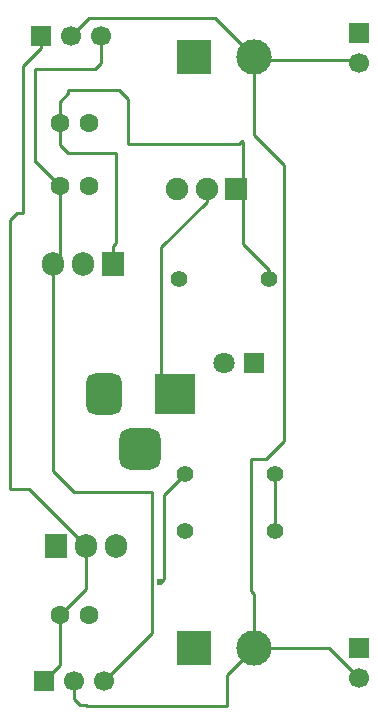
<source format=gtl>
%TF.GenerationSoftware,KiCad,Pcbnew,9.0.2*%
%TF.CreationDate,2025-06-18T23:28:51+06:00*%
%TF.ProjectId,Breadboardpower_Supply,42726561-6462-46f6-9172-64706f776572,rev?*%
%TF.SameCoordinates,Original*%
%TF.FileFunction,Copper,L1,Top*%
%TF.FilePolarity,Positive*%
%FSLAX46Y46*%
G04 Gerber Fmt 4.6, Leading zero omitted, Abs format (unit mm)*
G04 Created by KiCad (PCBNEW 9.0.2) date 2025-06-18 23:28:51*
%MOMM*%
%LPD*%
G01*
G04 APERTURE LIST*
G04 Aperture macros list*
%AMRoundRect*
0 Rectangle with rounded corners*
0 $1 Rounding radius*
0 $2 $3 $4 $5 $6 $7 $8 $9 X,Y pos of 4 corners*
0 Add a 4 corners polygon primitive as box body*
4,1,4,$2,$3,$4,$5,$6,$7,$8,$9,$2,$3,0*
0 Add four circle primitives for the rounded corners*
1,1,$1+$1,$2,$3*
1,1,$1+$1,$4,$5*
1,1,$1+$1,$6,$7*
1,1,$1+$1,$8,$9*
0 Add four rect primitives between the rounded corners*
20,1,$1+$1,$2,$3,$4,$5,0*
20,1,$1+$1,$4,$5,$6,$7,0*
20,1,$1+$1,$6,$7,$8,$9,0*
20,1,$1+$1,$8,$9,$2,$3,0*%
G04 Aperture macros list end*
%TA.AperFunction,ComponentPad*%
%ADD10C,1.700000*%
%TD*%
%TA.AperFunction,ComponentPad*%
%ADD11R,1.700000X1.700000*%
%TD*%
%TA.AperFunction,ComponentPad*%
%ADD12C,3.000000*%
%TD*%
%TA.AperFunction,ComponentPad*%
%ADD13R,3.000000X3.000000*%
%TD*%
%TA.AperFunction,ComponentPad*%
%ADD14R,1.905000X2.000000*%
%TD*%
%TA.AperFunction,ComponentPad*%
%ADD15O,1.905000X2.000000*%
%TD*%
%TA.AperFunction,ComponentPad*%
%ADD16R,1.900000X1.900000*%
%TD*%
%TA.AperFunction,ComponentPad*%
%ADD17C,1.900000*%
%TD*%
%TA.AperFunction,ComponentPad*%
%ADD18C,1.400000*%
%TD*%
%TA.AperFunction,ComponentPad*%
%ADD19R,3.500000X3.500000*%
%TD*%
%TA.AperFunction,ComponentPad*%
%ADD20RoundRect,0.750000X-0.750000X-1.000000X0.750000X-1.000000X0.750000X1.000000X-0.750000X1.000000X0*%
%TD*%
%TA.AperFunction,ComponentPad*%
%ADD21RoundRect,0.875000X-0.875000X-0.875000X0.875000X-0.875000X0.875000X0.875000X-0.875000X0.875000X0*%
%TD*%
%TA.AperFunction,ComponentPad*%
%ADD22R,1.800000X1.800000*%
%TD*%
%TA.AperFunction,ComponentPad*%
%ADD23C,1.800000*%
%TD*%
%TA.AperFunction,ComponentPad*%
%ADD24C,1.600000*%
%TD*%
%TA.AperFunction,ViaPad*%
%ADD25C,0.600000*%
%TD*%
%TA.AperFunction,Conductor*%
%ADD26C,0.250000*%
%TD*%
G04 APERTURE END LIST*
D10*
%TO.P,J1,2,Pin_2*%
%TO.N,/PWR_output*%
X106172000Y-72136000D03*
D11*
%TO.P,J1,1,Pin_1*%
%TO.N,GND*%
X106172000Y-69596000D03*
%TD*%
D12*
%TO.P,J4,2,Pin_2*%
%TO.N,/PWR_output*%
X97282000Y-71628000D03*
D13*
%TO.P,J4,1,Pin_1*%
%TO.N,GND*%
X92202000Y-71628000D03*
%TD*%
D14*
%TO.P,U2,1,ADJ*%
%TO.N,Net-(U2-ADJ)*%
X80518000Y-113030000D03*
D15*
%TO.P,U2,2,VO*%
%TO.N,/3.3v*%
X83058000Y-113030000D03*
%TO.P,U2,3,VI*%
%TO.N,/12v*%
X85598000Y-113030000D03*
%TD*%
D14*
%TO.P,U1,1,VI*%
%TO.N,/12v*%
X85344000Y-89154000D03*
D15*
%TO.P,U1,2,GND*%
%TO.N,GND*%
X82804000Y-89154000D03*
%TO.P,U1,3,VO*%
%TO.N,/5v*%
X80264000Y-89154000D03*
%TD*%
D16*
%TO.P,S1,1*%
%TO.N,/12v*%
X95758000Y-82804000D03*
D17*
%TO.P,S1,2*%
%TO.N,/PWR_input*%
X93258000Y-82804000D03*
%TO.P,S1,3*%
%TO.N,unconnected-(S1-Pad3)*%
X90758000Y-82804000D03*
%TD*%
D18*
%TO.P,R3,1*%
%TO.N,GND*%
X91422000Y-111760000D03*
%TO.P,R3,2*%
%TO.N,Net-(U2-ADJ)*%
X99042000Y-111760000D03*
%TD*%
%TO.P,R2,1*%
%TO.N,Net-(U2-ADJ)*%
X99060000Y-106934000D03*
%TO.P,R2,2*%
%TO.N,/3.3v*%
X91440000Y-106934000D03*
%TD*%
%TO.P,R1,1*%
%TO.N,Net-(D1-A)*%
X90932000Y-90424000D03*
%TO.P,R1,2*%
%TO.N,/12v*%
X98552000Y-90424000D03*
%TD*%
D11*
%TO.P,J7,1,Pin_1*%
%TO.N,/3.3v*%
X79502000Y-124399000D03*
D10*
%TO.P,J7,2,Pin_2*%
%TO.N,/PWR_output*%
X82042000Y-124399000D03*
%TO.P,J7,3,Pin_3*%
%TO.N,/5v*%
X84582000Y-124399000D03*
%TD*%
D13*
%TO.P,J6,1,Pin_1*%
%TO.N,GND*%
X92202000Y-121666000D03*
D12*
%TO.P,J6,2,Pin_2*%
%TO.N,/PWR_output*%
X97282000Y-121666000D03*
%TD*%
D19*
%TO.P,J5,1*%
%TO.N,/PWR_input*%
X90582000Y-100134500D03*
D20*
%TO.P,J5,2*%
%TO.N,GND*%
X84582000Y-100134500D03*
D21*
%TO.P,J5,3*%
X87582000Y-104834500D03*
%TD*%
D11*
%TO.P,J3,1,Pin_1*%
%TO.N,/3.3v*%
X79248000Y-69850000D03*
D10*
%TO.P,J3,2,Pin_2*%
%TO.N,/PWR_output*%
X81788000Y-69850000D03*
%TO.P,J3,3,Pin_3*%
%TO.N,/5v*%
X84328000Y-69850000D03*
%TD*%
D11*
%TO.P,J2,1,Pin_1*%
%TO.N,GND*%
X106172000Y-121666000D03*
D10*
%TO.P,J2,2,Pin_2*%
%TO.N,/PWR_output*%
X106172000Y-124206000D03*
%TD*%
D22*
%TO.P,D1,1,K*%
%TO.N,GND*%
X97282000Y-97536000D03*
D23*
%TO.P,D1,2,A*%
%TO.N,Net-(D1-A)*%
X94742000Y-97536000D03*
%TD*%
D24*
%TO.P,C3,1*%
%TO.N,/3.3v*%
X80812000Y-118872000D03*
%TO.P,C3,2*%
%TO.N,GND*%
X83312000Y-118872000D03*
%TD*%
%TO.P,C2,1*%
%TO.N,/5v*%
X80812000Y-82550000D03*
%TO.P,C2,2*%
%TO.N,GND*%
X83312000Y-82550000D03*
%TD*%
%TO.P,C1,1*%
%TO.N,/12v*%
X80812000Y-77216000D03*
%TO.P,C1,2*%
%TO.N,GND*%
X83312000Y-77216000D03*
%TD*%
D25*
%TO.N,/3.3v*%
X89271000Y-116078000D03*
%TD*%
D26*
%TO.N,/PWR_output*%
X93980000Y-68326000D02*
X94234000Y-68580000D01*
X83312000Y-68326000D02*
X93980000Y-68326000D01*
X81788000Y-69850000D02*
X83312000Y-68326000D01*
X93979967Y-68325967D02*
X94234000Y-68580000D01*
X94996000Y-123952000D02*
X97282000Y-121666000D01*
X83140000Y-126574000D02*
X94996000Y-126574000D01*
X82550000Y-126492000D02*
X83058000Y-126492000D01*
X94996000Y-126574000D02*
X94996000Y-123952000D01*
X82042000Y-125984000D02*
X82550000Y-126492000D01*
X83058000Y-126492000D02*
X83140000Y-126574000D01*
X82042000Y-124399000D02*
X82042000Y-125984000D01*
X97028000Y-105664000D02*
X97028000Y-116840000D01*
X97282000Y-117094000D02*
X97282000Y-121666000D01*
X99822000Y-104140000D02*
X98298000Y-105664000D01*
X98298000Y-105664000D02*
X97028000Y-105664000D01*
X99822000Y-80772000D02*
X99822000Y-104140000D01*
X97282000Y-78232000D02*
X99822000Y-80772000D01*
X97028000Y-116840000D02*
X97282000Y-117094000D01*
X97282000Y-71628000D02*
X97282000Y-78232000D01*
%TO.N,/PWR_input*%
X89408000Y-98960500D02*
X90582000Y-100134500D01*
X93258000Y-82804000D02*
X93258000Y-83876000D01*
%TO.N,/12v*%
X80812000Y-75398000D02*
X80812000Y-77216000D01*
X81534000Y-74676000D02*
X80812000Y-75398000D01*
X85852000Y-74422000D02*
X81534000Y-74422000D01*
X86614000Y-75184000D02*
X85852000Y-74422000D01*
X86614000Y-78994000D02*
X86614000Y-75184000D01*
X96012000Y-78994000D02*
X86614000Y-78994000D01*
X96266000Y-78740000D02*
X96012000Y-78994000D01*
X96322000Y-78796000D02*
X96266000Y-78740000D01*
%TO.N,/PWR_input*%
X89408000Y-87726000D02*
X89408000Y-98960500D01*
%TO.N,/12v*%
X96322000Y-82240000D02*
X96322000Y-78796000D01*
X95758000Y-82804000D02*
X96322000Y-82240000D01*
X98552000Y-89680000D02*
X98552000Y-90424000D01*
X96322000Y-87450000D02*
X98552000Y-89680000D01*
X96322000Y-83368000D02*
X96322000Y-87450000D01*
X81534000Y-74422000D02*
X81534000Y-74676000D01*
%TO.N,/PWR_input*%
X93258000Y-83876000D02*
X89408000Y-87726000D01*
%TO.N,/12v*%
X95758000Y-82804000D02*
X96322000Y-83368000D01*
%TO.N,/PWR_output*%
X103632000Y-121666000D02*
X106172000Y-124206000D01*
X97282000Y-121666000D02*
X103632000Y-121666000D01*
%TO.N,/3.3v*%
X80812000Y-123089000D02*
X79502000Y-124399000D01*
X80812000Y-118872000D02*
X80812000Y-123089000D01*
X83058000Y-116626000D02*
X80812000Y-118872000D01*
X83058000Y-113030000D02*
X83058000Y-116626000D01*
X89408000Y-116078000D02*
X89271000Y-116078000D01*
X89662000Y-108712000D02*
X89662000Y-115824000D01*
X89662000Y-115824000D02*
X89408000Y-116078000D01*
X91440000Y-106934000D02*
X89662000Y-108712000D01*
X91440000Y-106934000D02*
X90932000Y-106934000D01*
%TO.N,Net-(U2-ADJ)*%
X99042000Y-107206000D02*
X99042000Y-111760000D01*
X99060000Y-107188000D02*
X99042000Y-107206000D01*
X99060000Y-106934000D02*
X99060000Y-107188000D01*
%TO.N,/5v*%
X88646000Y-120335000D02*
X84582000Y-124399000D01*
X88646000Y-108458000D02*
X88646000Y-120335000D01*
X82042000Y-108458000D02*
X88646000Y-108458000D01*
X80264000Y-106680000D02*
X82042000Y-108458000D01*
X80264000Y-89154000D02*
X80264000Y-106680000D01*
%TO.N,/12v*%
X85344000Y-87630000D02*
X85344000Y-89154000D01*
X85598000Y-87376000D02*
X85344000Y-87630000D01*
X85598000Y-79756000D02*
X85598000Y-87376000D01*
X80812000Y-79034000D02*
X81534000Y-79756000D01*
X80812000Y-77216000D02*
X80812000Y-79034000D01*
X81534000Y-79756000D02*
X85598000Y-79756000D01*
%TO.N,/5v*%
X80812000Y-88606000D02*
X80264000Y-89154000D01*
X80812000Y-82550000D02*
X80812000Y-88606000D01*
%TO.N,/3.3v*%
X78232000Y-108204000D02*
X83058000Y-113030000D01*
X76626000Y-108204000D02*
X78232000Y-108204000D01*
X76626000Y-85426000D02*
X76626000Y-108204000D01*
X77216000Y-84836000D02*
X76626000Y-85426000D01*
X77724000Y-84836000D02*
X77216000Y-84836000D01*
X77724000Y-72390000D02*
X77724000Y-84836000D01*
X79248000Y-70866000D02*
X77724000Y-72390000D01*
X79248000Y-69850000D02*
X79248000Y-70866000D01*
%TO.N,/PWR_output*%
X94234000Y-68580000D02*
X97282000Y-71628000D01*
X97536000Y-71882000D02*
X97282000Y-71628000D01*
X106426000Y-71882000D02*
X97536000Y-71882000D01*
%TO.N,/5v*%
X78780000Y-80518000D02*
X80812000Y-82550000D01*
X78740000Y-80518000D02*
X78780000Y-80518000D01*
X84328000Y-72136000D02*
X83820000Y-72644000D01*
X83820000Y-72644000D02*
X78740000Y-72644000D01*
X78740000Y-72644000D02*
X78740000Y-80518000D01*
X84328000Y-69850000D02*
X84328000Y-72136000D01*
%TD*%
M02*

</source>
